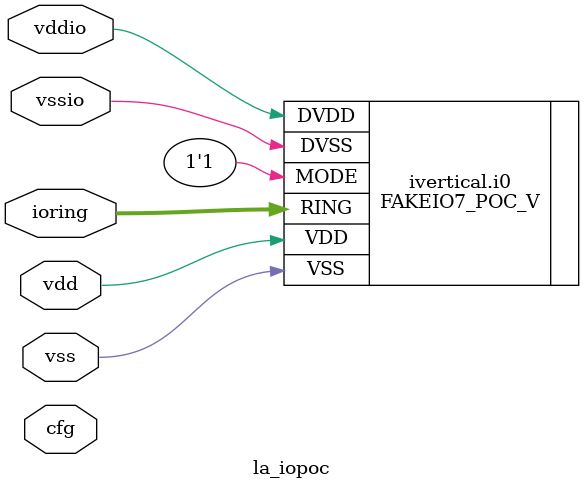
<source format=v>
/*****************************************************************************
 * Function: Power-On Control IO Cell
 * Copyright: Lambda Project Authors. All rights Reserved.
 * License:  MIT (see LICENSE file in Lambda repository)
 *
 * Docs:
 *
 * ../README.md
 *
 ****************************************************************************/
(* keep_hierarchy *)
module la_iopoc #(
    parameter PROP  = "DEFAULT",  // cell property
    parameter SIDE  = "NO",       // "NO", "SO", "EA", "WE"
    parameter CFGW = 16,        // width of core config bus
    parameter RINGW = 8           // width of io ring
) (
    inout             vdd,    // core supply
    inout             vss,    // core ground
    inout             vddio,  // io supply
    inout             vssio,  // io ground
    inout [RINGW-1:0] ioring, // generic ioring interface
    input [CFGW-1:0]  cfg    // generic config interface
);

  generate
    if (SIDE == "NO" | SIDE == "SO") begin : ivertical
      FAKEIO7_POC_V i0 (
          .MODE(1'b1),
          //supplies
          .DVDD(vddio),
          .DVSS(vssio),
          .VDD (vdd),
          .VSS (vss),
          // ring signals
          .RING(ioring)
      );
    end else begin : ihorizontal
      FAKEIO7_POC_H i0 (
          .MODE(1'b1),
          //supplies
          .DVDD(vddio),
          .DVSS(vssio),
          .VDD (vdd),
          .VSS (vss),
          // ring signals
          .RING(ioring)
      );
    end
  endgenerate

endmodule

</source>
